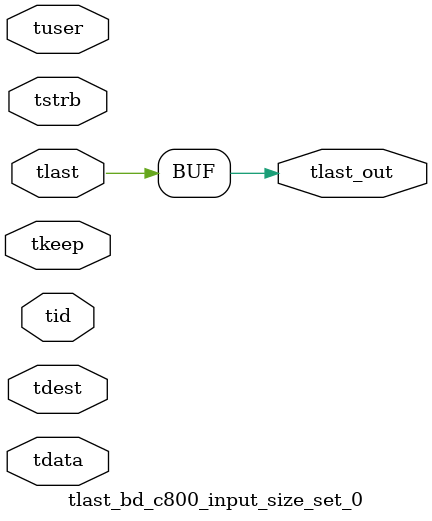
<source format=v>


`timescale 1ps/1ps

module tlast_bd_c800_input_size_set_0 #
(
parameter C_S_AXIS_TID_WIDTH   = 1,
parameter C_S_AXIS_TUSER_WIDTH = 0,
parameter C_S_AXIS_TDATA_WIDTH = 0,
parameter C_S_AXIS_TDEST_WIDTH = 0
)
(
input  [(C_S_AXIS_TID_WIDTH   == 0 ? 1 : C_S_AXIS_TID_WIDTH)-1:0       ] tid,
input  [(C_S_AXIS_TDATA_WIDTH == 0 ? 1 : C_S_AXIS_TDATA_WIDTH)-1:0     ] tdata,
input  [(C_S_AXIS_TUSER_WIDTH == 0 ? 1 : C_S_AXIS_TUSER_WIDTH)-1:0     ] tuser,
input  [(C_S_AXIS_TDEST_WIDTH == 0 ? 1 : C_S_AXIS_TDEST_WIDTH)-1:0     ] tdest,
input  [(C_S_AXIS_TDATA_WIDTH/8)-1:0 ] tkeep,
input  [(C_S_AXIS_TDATA_WIDTH/8)-1:0 ] tstrb,
input  [0:0]                                                             tlast,
output                                                                   tlast_out
);

assign tlast_out = {tlast};

endmodule


</source>
